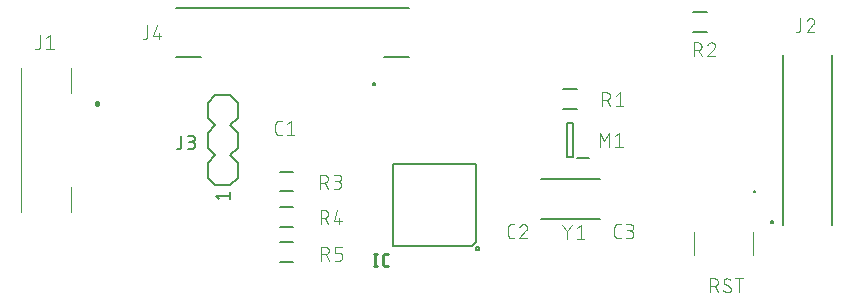
<source format=gbr>
G04 EAGLE Gerber X2 export*
%TF.Part,Single*%
%TF.FileFunction,Legend,Top,1*%
%TF.FilePolarity,Positive*%
%TF.GenerationSoftware,Autodesk,EAGLE,9.1.0*%
%TF.CreationDate,2020-08-17T16:32:54Z*%
G75*
%MOMM*%
%FSLAX34Y34*%
%LPD*%
%AMOC8*
5,1,8,0,0,1.08239X$1,22.5*%
G01*
%ADD10C,0.101600*%
%ADD11C,0.203200*%
%ADD12C,0.254000*%
%ADD13C,0.200000*%
%ADD14C,0.127000*%
%ADD15C,0.152400*%
%ADD16C,0.100000*%
%ADD17C,0.300000*%
%ADD18C,0.300000*%
%ADD19C,0.200000*%


D10*
X290701Y149258D02*
X288104Y149258D01*
X288005Y149260D01*
X287905Y149266D01*
X287806Y149275D01*
X287708Y149288D01*
X287610Y149305D01*
X287512Y149326D01*
X287416Y149351D01*
X287321Y149379D01*
X287227Y149411D01*
X287134Y149446D01*
X287042Y149485D01*
X286952Y149528D01*
X286864Y149573D01*
X286777Y149623D01*
X286693Y149675D01*
X286610Y149731D01*
X286530Y149789D01*
X286452Y149851D01*
X286377Y149916D01*
X286304Y149984D01*
X286234Y150054D01*
X286166Y150127D01*
X286101Y150202D01*
X286039Y150280D01*
X285981Y150360D01*
X285925Y150443D01*
X285873Y150527D01*
X285823Y150614D01*
X285778Y150702D01*
X285735Y150792D01*
X285696Y150884D01*
X285661Y150977D01*
X285629Y151071D01*
X285601Y151166D01*
X285576Y151262D01*
X285555Y151360D01*
X285538Y151458D01*
X285525Y151556D01*
X285516Y151655D01*
X285510Y151755D01*
X285508Y151854D01*
X285508Y158346D01*
X285510Y158445D01*
X285516Y158545D01*
X285525Y158644D01*
X285538Y158742D01*
X285555Y158840D01*
X285576Y158938D01*
X285601Y159034D01*
X285629Y159129D01*
X285661Y159223D01*
X285696Y159316D01*
X285735Y159408D01*
X285778Y159498D01*
X285823Y159586D01*
X285873Y159673D01*
X285925Y159757D01*
X285981Y159840D01*
X286039Y159920D01*
X286101Y159998D01*
X286166Y160073D01*
X286234Y160146D01*
X286304Y160216D01*
X286377Y160284D01*
X286452Y160349D01*
X286530Y160411D01*
X286610Y160469D01*
X286693Y160525D01*
X286777Y160577D01*
X286864Y160627D01*
X286952Y160672D01*
X287042Y160715D01*
X287134Y160754D01*
X287226Y160789D01*
X287321Y160821D01*
X287416Y160849D01*
X287512Y160874D01*
X287610Y160895D01*
X287708Y160912D01*
X287806Y160925D01*
X287905Y160934D01*
X288005Y160940D01*
X288104Y160942D01*
X290701Y160942D01*
X295066Y158346D02*
X298312Y160942D01*
X298312Y149258D01*
X301557Y149258D02*
X295066Y149258D01*
X575104Y62008D02*
X577701Y62008D01*
X575104Y62008D02*
X575005Y62010D01*
X574905Y62016D01*
X574806Y62025D01*
X574708Y62038D01*
X574610Y62055D01*
X574512Y62076D01*
X574416Y62101D01*
X574321Y62129D01*
X574227Y62161D01*
X574134Y62196D01*
X574042Y62235D01*
X573952Y62278D01*
X573864Y62323D01*
X573777Y62373D01*
X573693Y62425D01*
X573610Y62481D01*
X573530Y62539D01*
X573452Y62601D01*
X573377Y62666D01*
X573304Y62734D01*
X573234Y62804D01*
X573166Y62877D01*
X573101Y62952D01*
X573039Y63030D01*
X572981Y63110D01*
X572925Y63193D01*
X572873Y63277D01*
X572823Y63364D01*
X572778Y63452D01*
X572735Y63542D01*
X572696Y63634D01*
X572661Y63727D01*
X572629Y63821D01*
X572601Y63916D01*
X572576Y64012D01*
X572555Y64110D01*
X572538Y64208D01*
X572525Y64306D01*
X572516Y64405D01*
X572510Y64505D01*
X572508Y64604D01*
X572508Y71096D01*
X572510Y71195D01*
X572516Y71295D01*
X572525Y71394D01*
X572538Y71492D01*
X572555Y71590D01*
X572576Y71688D01*
X572601Y71784D01*
X572629Y71879D01*
X572661Y71973D01*
X572696Y72066D01*
X572735Y72158D01*
X572778Y72248D01*
X572823Y72336D01*
X572873Y72423D01*
X572925Y72507D01*
X572981Y72590D01*
X573039Y72670D01*
X573101Y72748D01*
X573166Y72823D01*
X573234Y72896D01*
X573304Y72966D01*
X573377Y73034D01*
X573452Y73099D01*
X573530Y73161D01*
X573610Y73219D01*
X573693Y73275D01*
X573777Y73327D01*
X573864Y73377D01*
X573952Y73422D01*
X574042Y73465D01*
X574134Y73504D01*
X574226Y73539D01*
X574321Y73571D01*
X574416Y73599D01*
X574512Y73624D01*
X574610Y73645D01*
X574708Y73662D01*
X574806Y73675D01*
X574905Y73684D01*
X575005Y73690D01*
X575104Y73692D01*
X577701Y73692D01*
X582066Y62008D02*
X585312Y62008D01*
X585425Y62010D01*
X585538Y62016D01*
X585651Y62026D01*
X585764Y62040D01*
X585876Y62057D01*
X585987Y62079D01*
X586097Y62104D01*
X586207Y62134D01*
X586315Y62167D01*
X586422Y62204D01*
X586528Y62244D01*
X586632Y62289D01*
X586735Y62337D01*
X586836Y62388D01*
X586935Y62443D01*
X587032Y62501D01*
X587127Y62563D01*
X587220Y62628D01*
X587310Y62696D01*
X587398Y62767D01*
X587484Y62842D01*
X587567Y62919D01*
X587647Y62999D01*
X587724Y63082D01*
X587799Y63168D01*
X587870Y63256D01*
X587938Y63346D01*
X588003Y63439D01*
X588065Y63534D01*
X588123Y63631D01*
X588178Y63730D01*
X588229Y63831D01*
X588277Y63934D01*
X588322Y64038D01*
X588362Y64144D01*
X588399Y64251D01*
X588432Y64359D01*
X588462Y64469D01*
X588487Y64579D01*
X588509Y64690D01*
X588526Y64802D01*
X588540Y64915D01*
X588550Y65028D01*
X588556Y65141D01*
X588558Y65254D01*
X588556Y65367D01*
X588550Y65480D01*
X588540Y65593D01*
X588526Y65706D01*
X588509Y65818D01*
X588487Y65929D01*
X588462Y66039D01*
X588432Y66149D01*
X588399Y66257D01*
X588362Y66364D01*
X588322Y66470D01*
X588277Y66574D01*
X588229Y66677D01*
X588178Y66778D01*
X588123Y66877D01*
X588065Y66974D01*
X588003Y67069D01*
X587938Y67162D01*
X587870Y67252D01*
X587799Y67340D01*
X587724Y67426D01*
X587647Y67509D01*
X587567Y67589D01*
X587484Y67666D01*
X587398Y67741D01*
X587310Y67812D01*
X587220Y67880D01*
X587127Y67945D01*
X587032Y68007D01*
X586935Y68065D01*
X586836Y68120D01*
X586735Y68171D01*
X586632Y68219D01*
X586528Y68264D01*
X586422Y68304D01*
X586315Y68341D01*
X586207Y68374D01*
X586097Y68404D01*
X585987Y68429D01*
X585876Y68451D01*
X585764Y68468D01*
X585651Y68482D01*
X585538Y68492D01*
X585425Y68498D01*
X585312Y68500D01*
X585961Y73692D02*
X582066Y73692D01*
X585961Y73692D02*
X586062Y73690D01*
X586162Y73684D01*
X586262Y73674D01*
X586362Y73661D01*
X586461Y73643D01*
X586560Y73622D01*
X586657Y73597D01*
X586754Y73568D01*
X586849Y73535D01*
X586943Y73499D01*
X587035Y73459D01*
X587126Y73416D01*
X587215Y73369D01*
X587302Y73319D01*
X587388Y73265D01*
X587471Y73208D01*
X587551Y73148D01*
X587630Y73085D01*
X587706Y73018D01*
X587779Y72949D01*
X587849Y72877D01*
X587917Y72803D01*
X587982Y72726D01*
X588043Y72646D01*
X588102Y72564D01*
X588157Y72480D01*
X588209Y72394D01*
X588258Y72306D01*
X588303Y72216D01*
X588345Y72124D01*
X588383Y72031D01*
X588417Y71936D01*
X588448Y71841D01*
X588475Y71744D01*
X588498Y71646D01*
X588518Y71547D01*
X588533Y71447D01*
X588545Y71347D01*
X588553Y71247D01*
X588557Y71146D01*
X588557Y71046D01*
X588553Y70945D01*
X588545Y70845D01*
X588533Y70745D01*
X588518Y70645D01*
X588498Y70546D01*
X588475Y70448D01*
X588448Y70351D01*
X588417Y70256D01*
X588383Y70161D01*
X588345Y70068D01*
X588303Y69976D01*
X588258Y69886D01*
X588209Y69798D01*
X588157Y69712D01*
X588102Y69628D01*
X588043Y69546D01*
X587982Y69466D01*
X587917Y69389D01*
X587849Y69315D01*
X587779Y69243D01*
X587706Y69174D01*
X587630Y69107D01*
X587551Y69044D01*
X587471Y68984D01*
X587388Y68927D01*
X587302Y68873D01*
X587215Y68823D01*
X587126Y68776D01*
X587035Y68733D01*
X586943Y68693D01*
X586849Y68657D01*
X586754Y68624D01*
X586657Y68595D01*
X586560Y68570D01*
X586461Y68549D01*
X586362Y68531D01*
X586262Y68518D01*
X586162Y68508D01*
X586062Y68502D01*
X585961Y68500D01*
X585961Y68499D02*
X583364Y68499D01*
X487701Y62008D02*
X485104Y62008D01*
X485005Y62010D01*
X484905Y62016D01*
X484806Y62025D01*
X484708Y62038D01*
X484610Y62055D01*
X484512Y62076D01*
X484416Y62101D01*
X484321Y62129D01*
X484227Y62161D01*
X484134Y62196D01*
X484042Y62235D01*
X483952Y62278D01*
X483864Y62323D01*
X483777Y62373D01*
X483693Y62425D01*
X483610Y62481D01*
X483530Y62539D01*
X483452Y62601D01*
X483377Y62666D01*
X483304Y62734D01*
X483234Y62804D01*
X483166Y62877D01*
X483101Y62952D01*
X483039Y63030D01*
X482981Y63110D01*
X482925Y63193D01*
X482873Y63277D01*
X482823Y63364D01*
X482778Y63452D01*
X482735Y63542D01*
X482696Y63634D01*
X482661Y63727D01*
X482629Y63821D01*
X482601Y63916D01*
X482576Y64012D01*
X482555Y64110D01*
X482538Y64208D01*
X482525Y64306D01*
X482516Y64405D01*
X482510Y64505D01*
X482508Y64604D01*
X482508Y71096D01*
X482510Y71195D01*
X482516Y71295D01*
X482525Y71394D01*
X482538Y71492D01*
X482555Y71590D01*
X482576Y71688D01*
X482601Y71784D01*
X482629Y71879D01*
X482661Y71973D01*
X482696Y72066D01*
X482735Y72158D01*
X482778Y72248D01*
X482823Y72336D01*
X482873Y72423D01*
X482925Y72507D01*
X482981Y72590D01*
X483039Y72670D01*
X483101Y72748D01*
X483166Y72823D01*
X483234Y72896D01*
X483304Y72966D01*
X483377Y73034D01*
X483452Y73099D01*
X483530Y73161D01*
X483610Y73219D01*
X483693Y73275D01*
X483777Y73327D01*
X483864Y73377D01*
X483952Y73422D01*
X484042Y73465D01*
X484134Y73504D01*
X484226Y73539D01*
X484321Y73571D01*
X484416Y73599D01*
X484512Y73624D01*
X484610Y73645D01*
X484708Y73662D01*
X484806Y73675D01*
X484905Y73684D01*
X485005Y73690D01*
X485104Y73692D01*
X487701Y73692D01*
X495636Y73692D02*
X495743Y73690D01*
X495849Y73684D01*
X495955Y73674D01*
X496061Y73661D01*
X496167Y73643D01*
X496271Y73622D01*
X496375Y73597D01*
X496478Y73568D01*
X496579Y73536D01*
X496679Y73499D01*
X496778Y73459D01*
X496876Y73416D01*
X496972Y73369D01*
X497066Y73318D01*
X497158Y73264D01*
X497248Y73207D01*
X497336Y73147D01*
X497421Y73083D01*
X497504Y73016D01*
X497585Y72946D01*
X497663Y72874D01*
X497739Y72798D01*
X497811Y72720D01*
X497881Y72639D01*
X497948Y72556D01*
X498012Y72471D01*
X498072Y72383D01*
X498129Y72293D01*
X498183Y72201D01*
X498234Y72107D01*
X498281Y72011D01*
X498324Y71913D01*
X498364Y71814D01*
X498401Y71714D01*
X498433Y71613D01*
X498462Y71510D01*
X498487Y71406D01*
X498508Y71302D01*
X498526Y71196D01*
X498539Y71090D01*
X498549Y70984D01*
X498555Y70878D01*
X498557Y70771D01*
X495636Y73692D02*
X495515Y73690D01*
X495394Y73684D01*
X495274Y73674D01*
X495153Y73661D01*
X495034Y73643D01*
X494914Y73622D01*
X494796Y73597D01*
X494679Y73568D01*
X494562Y73535D01*
X494447Y73499D01*
X494333Y73458D01*
X494220Y73415D01*
X494108Y73367D01*
X493999Y73316D01*
X493891Y73261D01*
X493784Y73203D01*
X493680Y73142D01*
X493578Y73077D01*
X493478Y73009D01*
X493380Y72938D01*
X493284Y72864D01*
X493191Y72787D01*
X493101Y72706D01*
X493013Y72623D01*
X492928Y72537D01*
X492845Y72448D01*
X492766Y72357D01*
X492689Y72263D01*
X492616Y72167D01*
X492546Y72069D01*
X492479Y71968D01*
X492415Y71865D01*
X492355Y71760D01*
X492298Y71653D01*
X492244Y71545D01*
X492194Y71435D01*
X492148Y71323D01*
X492105Y71210D01*
X492066Y71095D01*
X497584Y68499D02*
X497663Y68576D01*
X497739Y68657D01*
X497812Y68740D01*
X497882Y68825D01*
X497949Y68913D01*
X498013Y69003D01*
X498073Y69095D01*
X498130Y69190D01*
X498184Y69286D01*
X498235Y69384D01*
X498282Y69484D01*
X498326Y69586D01*
X498366Y69689D01*
X498402Y69793D01*
X498434Y69899D01*
X498463Y70005D01*
X498488Y70113D01*
X498510Y70221D01*
X498527Y70331D01*
X498541Y70440D01*
X498550Y70550D01*
X498556Y70661D01*
X498558Y70771D01*
X497584Y68499D02*
X492066Y62008D01*
X498557Y62008D01*
D11*
X384950Y54950D02*
X384950Y125050D01*
X455050Y125050D01*
X455050Y58500D01*
X451500Y54950D02*
X384950Y54950D01*
X451500Y54950D02*
X455050Y58500D01*
X455052Y53170D02*
X455054Y53248D01*
X455060Y53325D01*
X455070Y53403D01*
X455084Y53479D01*
X455101Y53555D01*
X455123Y53630D01*
X455148Y53703D01*
X455177Y53776D01*
X455210Y53846D01*
X455247Y53915D01*
X455286Y53982D01*
X455329Y54047D01*
X455376Y54109D01*
X455425Y54169D01*
X455478Y54227D01*
X455533Y54281D01*
X455591Y54333D01*
X455652Y54382D01*
X455715Y54428D01*
X455781Y54470D01*
X455848Y54509D01*
X455917Y54544D01*
X455988Y54576D01*
X456061Y54604D01*
X456135Y54629D01*
X456210Y54649D01*
X456286Y54666D01*
X456363Y54679D01*
X456440Y54688D01*
X456518Y54693D01*
X456595Y54694D01*
X456673Y54691D01*
X456751Y54684D01*
X456828Y54673D01*
X456904Y54658D01*
X456980Y54640D01*
X457054Y54617D01*
X457128Y54591D01*
X457199Y54561D01*
X457270Y54527D01*
X457338Y54490D01*
X457404Y54449D01*
X457469Y54405D01*
X457531Y54358D01*
X457590Y54308D01*
X457647Y54254D01*
X457701Y54198D01*
X457752Y54140D01*
X457800Y54078D01*
X457845Y54015D01*
X457886Y53949D01*
X457924Y53881D01*
X457959Y53811D01*
X457990Y53740D01*
X458017Y53667D01*
X458040Y53593D01*
X458060Y53517D01*
X458076Y53441D01*
X458088Y53364D01*
X458096Y53287D01*
X458100Y53209D01*
X458100Y53131D01*
X458096Y53053D01*
X458088Y52976D01*
X458076Y52899D01*
X458060Y52823D01*
X458040Y52747D01*
X458017Y52673D01*
X457990Y52600D01*
X457959Y52529D01*
X457924Y52459D01*
X457886Y52391D01*
X457845Y52325D01*
X457800Y52262D01*
X457752Y52200D01*
X457701Y52142D01*
X457647Y52086D01*
X457590Y52032D01*
X457531Y51982D01*
X457469Y51935D01*
X457404Y51891D01*
X457338Y51850D01*
X457270Y51813D01*
X457199Y51779D01*
X457128Y51749D01*
X457054Y51723D01*
X456980Y51700D01*
X456904Y51682D01*
X456828Y51667D01*
X456751Y51656D01*
X456673Y51649D01*
X456595Y51646D01*
X456518Y51647D01*
X456440Y51652D01*
X456363Y51661D01*
X456286Y51674D01*
X456210Y51691D01*
X456135Y51711D01*
X456061Y51736D01*
X455988Y51764D01*
X455917Y51796D01*
X455848Y51831D01*
X455781Y51870D01*
X455715Y51912D01*
X455652Y51958D01*
X455591Y52007D01*
X455533Y52059D01*
X455478Y52113D01*
X455425Y52171D01*
X455376Y52231D01*
X455329Y52293D01*
X455286Y52358D01*
X455247Y52425D01*
X455210Y52494D01*
X455177Y52564D01*
X455148Y52637D01*
X455123Y52710D01*
X455101Y52785D01*
X455084Y52861D01*
X455070Y52937D01*
X455060Y53015D01*
X455054Y53092D01*
X455052Y53170D01*
D12*
X370175Y48580D02*
X370175Y38420D01*
X369046Y38420D02*
X371304Y38420D01*
X371304Y48580D02*
X369046Y48580D01*
X378696Y38420D02*
X380954Y38420D01*
X378696Y38420D02*
X378603Y38422D01*
X378510Y38428D01*
X378417Y38437D01*
X378324Y38451D01*
X378233Y38468D01*
X378142Y38489D01*
X378052Y38514D01*
X377963Y38542D01*
X377875Y38574D01*
X377789Y38610D01*
X377704Y38649D01*
X377621Y38692D01*
X377540Y38738D01*
X377461Y38788D01*
X377384Y38840D01*
X377309Y38896D01*
X377237Y38955D01*
X377167Y39017D01*
X377099Y39081D01*
X377035Y39149D01*
X376973Y39219D01*
X376914Y39291D01*
X376858Y39366D01*
X376806Y39443D01*
X376756Y39522D01*
X376710Y39603D01*
X376667Y39686D01*
X376628Y39771D01*
X376592Y39857D01*
X376560Y39945D01*
X376532Y40034D01*
X376507Y40124D01*
X376486Y40215D01*
X376469Y40306D01*
X376455Y40399D01*
X376446Y40492D01*
X376440Y40585D01*
X376438Y40678D01*
X376439Y40678D02*
X376439Y46322D01*
X376438Y46322D02*
X376440Y46415D01*
X376446Y46508D01*
X376455Y46601D01*
X376469Y46694D01*
X376486Y46785D01*
X376507Y46876D01*
X376532Y46966D01*
X376560Y47055D01*
X376592Y47143D01*
X376628Y47229D01*
X376667Y47314D01*
X376710Y47397D01*
X376756Y47478D01*
X376806Y47557D01*
X376858Y47634D01*
X376914Y47709D01*
X376973Y47781D01*
X377035Y47851D01*
X377099Y47919D01*
X377167Y47983D01*
X377237Y48045D01*
X377309Y48104D01*
X377384Y48160D01*
X377461Y48212D01*
X377540Y48262D01*
X377621Y48308D01*
X377704Y48351D01*
X377789Y48390D01*
X377875Y48426D01*
X377963Y48458D01*
X378052Y48486D01*
X378142Y48511D01*
X378233Y48532D01*
X378324Y48549D01*
X378417Y48563D01*
X378510Y48572D01*
X378603Y48578D01*
X378696Y48580D01*
X380954Y48580D01*
D13*
X532750Y130500D02*
X537250Y130500D01*
X532750Y130500D02*
X532750Y159500D01*
X537250Y159500D01*
X537250Y130500D01*
X540750Y130000D02*
X551250Y130000D01*
D10*
X560143Y139158D02*
X560143Y150842D01*
X564038Y144351D01*
X567933Y150842D01*
X567933Y139158D01*
X573366Y148246D02*
X576611Y150842D01*
X576611Y139158D01*
X573366Y139158D02*
X579857Y139158D01*
D14*
X560000Y112000D02*
X510000Y112000D01*
X510000Y78000D02*
X560000Y78000D01*
D10*
X532347Y67711D02*
X528452Y73229D01*
X532347Y67711D02*
X536242Y73229D01*
X532347Y67711D02*
X532347Y61545D01*
X540532Y70632D02*
X543777Y73229D01*
X543777Y61545D01*
X540532Y61545D02*
X547023Y61545D01*
D13*
X715000Y73100D02*
X715000Y216900D01*
X757000Y216900D02*
X757000Y73100D01*
X690352Y101510D02*
X690354Y101561D01*
X690360Y101612D01*
X690370Y101662D01*
X690383Y101711D01*
X690401Y101759D01*
X690422Y101805D01*
X690447Y101850D01*
X690475Y101893D01*
X690506Y101933D01*
X690540Y101971D01*
X690577Y102006D01*
X690617Y102038D01*
X690659Y102067D01*
X690703Y102092D01*
X690749Y102114D01*
X690797Y102133D01*
X690846Y102147D01*
X690896Y102158D01*
X690946Y102165D01*
X690997Y102168D01*
X691048Y102167D01*
X691099Y102162D01*
X691149Y102153D01*
X691199Y102140D01*
X691247Y102124D01*
X691294Y102104D01*
X691339Y102080D01*
X691382Y102053D01*
X691423Y102022D01*
X691462Y101989D01*
X691497Y101952D01*
X691530Y101913D01*
X691560Y101872D01*
X691586Y101828D01*
X691609Y101782D01*
X691628Y101735D01*
X691644Y101686D01*
X691656Y101637D01*
X691664Y101586D01*
X691668Y101536D01*
X691668Y101484D01*
X691664Y101434D01*
X691656Y101383D01*
X691644Y101334D01*
X691628Y101285D01*
X691609Y101238D01*
X691586Y101192D01*
X691560Y101148D01*
X691530Y101107D01*
X691497Y101068D01*
X691462Y101031D01*
X691423Y100998D01*
X691382Y100967D01*
X691339Y100940D01*
X691294Y100916D01*
X691247Y100896D01*
X691199Y100880D01*
X691149Y100867D01*
X691099Y100858D01*
X691048Y100853D01*
X690997Y100852D01*
X690946Y100855D01*
X690896Y100862D01*
X690846Y100873D01*
X690797Y100887D01*
X690749Y100906D01*
X690703Y100928D01*
X690659Y100953D01*
X690617Y100982D01*
X690577Y101014D01*
X690540Y101049D01*
X690506Y101087D01*
X690475Y101127D01*
X690447Y101170D01*
X690422Y101215D01*
X690401Y101261D01*
X690383Y101309D01*
X690370Y101358D01*
X690360Y101408D01*
X690354Y101459D01*
X690352Y101510D01*
D10*
X729955Y239114D02*
X729955Y248202D01*
X729955Y239114D02*
X729953Y239015D01*
X729947Y238915D01*
X729938Y238816D01*
X729925Y238718D01*
X729908Y238620D01*
X729887Y238522D01*
X729862Y238426D01*
X729834Y238331D01*
X729802Y238237D01*
X729767Y238144D01*
X729728Y238052D01*
X729685Y237962D01*
X729640Y237874D01*
X729590Y237787D01*
X729538Y237703D01*
X729482Y237620D01*
X729424Y237540D01*
X729362Y237462D01*
X729297Y237387D01*
X729229Y237314D01*
X729159Y237244D01*
X729086Y237176D01*
X729011Y237111D01*
X728933Y237049D01*
X728853Y236991D01*
X728770Y236935D01*
X728686Y236883D01*
X728599Y236833D01*
X728511Y236788D01*
X728421Y236745D01*
X728329Y236706D01*
X728236Y236671D01*
X728142Y236639D01*
X728047Y236611D01*
X727951Y236586D01*
X727853Y236565D01*
X727755Y236548D01*
X727657Y236535D01*
X727558Y236526D01*
X727458Y236520D01*
X727359Y236518D01*
X726060Y236518D01*
X738799Y248202D02*
X738906Y248200D01*
X739012Y248194D01*
X739118Y248184D01*
X739224Y248171D01*
X739330Y248153D01*
X739434Y248132D01*
X739538Y248107D01*
X739641Y248078D01*
X739742Y248046D01*
X739842Y248009D01*
X739941Y247969D01*
X740039Y247926D01*
X740135Y247879D01*
X740229Y247828D01*
X740321Y247774D01*
X740411Y247717D01*
X740499Y247657D01*
X740584Y247593D01*
X740667Y247526D01*
X740748Y247456D01*
X740826Y247384D01*
X740902Y247308D01*
X740974Y247230D01*
X741044Y247149D01*
X741111Y247066D01*
X741175Y246981D01*
X741235Y246893D01*
X741292Y246803D01*
X741346Y246711D01*
X741397Y246617D01*
X741444Y246521D01*
X741487Y246423D01*
X741527Y246324D01*
X741564Y246224D01*
X741596Y246123D01*
X741625Y246020D01*
X741650Y245916D01*
X741671Y245812D01*
X741689Y245706D01*
X741702Y245600D01*
X741712Y245494D01*
X741718Y245388D01*
X741720Y245281D01*
X738799Y248202D02*
X738678Y248200D01*
X738557Y248194D01*
X738437Y248184D01*
X738316Y248171D01*
X738197Y248153D01*
X738077Y248132D01*
X737959Y248107D01*
X737842Y248078D01*
X737725Y248045D01*
X737610Y248009D01*
X737496Y247968D01*
X737383Y247925D01*
X737271Y247877D01*
X737162Y247826D01*
X737054Y247771D01*
X736947Y247713D01*
X736843Y247652D01*
X736741Y247587D01*
X736641Y247519D01*
X736543Y247448D01*
X736447Y247374D01*
X736354Y247297D01*
X736264Y247216D01*
X736176Y247133D01*
X736091Y247047D01*
X736008Y246958D01*
X735929Y246867D01*
X735852Y246773D01*
X735779Y246677D01*
X735709Y246579D01*
X735642Y246478D01*
X735578Y246375D01*
X735518Y246270D01*
X735461Y246163D01*
X735407Y246055D01*
X735357Y245945D01*
X735311Y245833D01*
X735268Y245720D01*
X735229Y245605D01*
X740746Y243009D02*
X740825Y243086D01*
X740901Y243167D01*
X740974Y243250D01*
X741044Y243335D01*
X741111Y243423D01*
X741175Y243513D01*
X741235Y243605D01*
X741292Y243700D01*
X741346Y243796D01*
X741397Y243894D01*
X741444Y243994D01*
X741488Y244096D01*
X741528Y244199D01*
X741564Y244303D01*
X741596Y244409D01*
X741625Y244515D01*
X741650Y244623D01*
X741672Y244731D01*
X741689Y244841D01*
X741703Y244950D01*
X741712Y245060D01*
X741718Y245171D01*
X741720Y245281D01*
X740746Y243009D02*
X735228Y236518D01*
X741720Y236518D01*
D15*
X228300Y125950D02*
X228300Y113250D01*
X228300Y125950D02*
X234650Y132300D01*
X247350Y132300D02*
X253700Y125950D01*
X234650Y132300D02*
X228300Y138650D01*
X228300Y151350D01*
X234650Y157700D01*
X247350Y157700D02*
X253700Y151350D01*
X253700Y138650D01*
X247350Y132300D01*
X247350Y106900D02*
X234650Y106900D01*
X228300Y113250D01*
X247350Y106900D02*
X253700Y113250D01*
X253700Y125950D01*
X234650Y157700D02*
X228300Y164050D01*
X228300Y176750D01*
X234650Y183100D01*
X247350Y183100D02*
X253700Y176750D01*
X253700Y164050D01*
X247350Y157700D01*
X247350Y183100D02*
X234650Y183100D01*
D14*
X235285Y98010D02*
X237825Y94835D01*
X235285Y98010D02*
X246715Y98010D01*
X246715Y94835D02*
X246715Y101185D01*
X205706Y139965D02*
X205706Y148855D01*
X205706Y139965D02*
X205704Y139865D01*
X205698Y139766D01*
X205688Y139666D01*
X205675Y139568D01*
X205657Y139469D01*
X205636Y139372D01*
X205611Y139276D01*
X205582Y139180D01*
X205549Y139086D01*
X205513Y138993D01*
X205473Y138902D01*
X205429Y138812D01*
X205382Y138724D01*
X205332Y138638D01*
X205278Y138554D01*
X205221Y138472D01*
X205161Y138393D01*
X205097Y138315D01*
X205031Y138241D01*
X204962Y138169D01*
X204890Y138100D01*
X204816Y138034D01*
X204738Y137970D01*
X204659Y137910D01*
X204577Y137853D01*
X204493Y137799D01*
X204407Y137749D01*
X204319Y137702D01*
X204229Y137658D01*
X204138Y137618D01*
X204045Y137582D01*
X203951Y137549D01*
X203855Y137520D01*
X203759Y137495D01*
X203662Y137474D01*
X203563Y137456D01*
X203465Y137443D01*
X203365Y137433D01*
X203266Y137427D01*
X203166Y137425D01*
X201896Y137425D01*
X211115Y137425D02*
X214290Y137425D01*
X214401Y137427D01*
X214511Y137433D01*
X214622Y137442D01*
X214732Y137456D01*
X214841Y137473D01*
X214950Y137494D01*
X215058Y137519D01*
X215165Y137548D01*
X215271Y137580D01*
X215376Y137616D01*
X215479Y137656D01*
X215581Y137699D01*
X215682Y137746D01*
X215781Y137797D01*
X215877Y137850D01*
X215972Y137907D01*
X216065Y137968D01*
X216156Y138031D01*
X216245Y138098D01*
X216331Y138168D01*
X216414Y138241D01*
X216496Y138316D01*
X216574Y138394D01*
X216649Y138476D01*
X216722Y138559D01*
X216792Y138645D01*
X216859Y138734D01*
X216922Y138825D01*
X216983Y138918D01*
X217040Y139012D01*
X217093Y139109D01*
X217144Y139208D01*
X217191Y139309D01*
X217234Y139411D01*
X217274Y139514D01*
X217310Y139619D01*
X217342Y139725D01*
X217371Y139832D01*
X217396Y139940D01*
X217417Y140049D01*
X217434Y140158D01*
X217448Y140268D01*
X217457Y140379D01*
X217463Y140489D01*
X217465Y140600D01*
X217463Y140711D01*
X217457Y140821D01*
X217448Y140932D01*
X217434Y141042D01*
X217417Y141151D01*
X217396Y141260D01*
X217371Y141368D01*
X217342Y141475D01*
X217310Y141581D01*
X217274Y141686D01*
X217234Y141789D01*
X217191Y141891D01*
X217144Y141992D01*
X217093Y142091D01*
X217040Y142187D01*
X216983Y142282D01*
X216922Y142375D01*
X216859Y142466D01*
X216792Y142555D01*
X216722Y142641D01*
X216649Y142724D01*
X216574Y142806D01*
X216496Y142884D01*
X216414Y142959D01*
X216331Y143032D01*
X216245Y143102D01*
X216156Y143169D01*
X216065Y143232D01*
X215972Y143293D01*
X215878Y143350D01*
X215781Y143403D01*
X215682Y143454D01*
X215581Y143501D01*
X215479Y143544D01*
X215376Y143584D01*
X215271Y143620D01*
X215165Y143652D01*
X215058Y143681D01*
X214950Y143706D01*
X214841Y143727D01*
X214732Y143744D01*
X214622Y143758D01*
X214511Y143767D01*
X214401Y143773D01*
X214290Y143775D01*
X214925Y148855D02*
X211115Y148855D01*
X214925Y148855D02*
X215025Y148853D01*
X215124Y148847D01*
X215224Y148837D01*
X215322Y148824D01*
X215421Y148806D01*
X215518Y148785D01*
X215614Y148760D01*
X215710Y148731D01*
X215804Y148698D01*
X215897Y148662D01*
X215988Y148622D01*
X216078Y148578D01*
X216166Y148531D01*
X216252Y148481D01*
X216336Y148427D01*
X216418Y148370D01*
X216497Y148310D01*
X216575Y148246D01*
X216649Y148180D01*
X216721Y148111D01*
X216790Y148039D01*
X216856Y147965D01*
X216920Y147887D01*
X216980Y147808D01*
X217037Y147726D01*
X217091Y147642D01*
X217141Y147556D01*
X217188Y147468D01*
X217232Y147378D01*
X217272Y147287D01*
X217308Y147194D01*
X217341Y147100D01*
X217370Y147004D01*
X217395Y146908D01*
X217416Y146811D01*
X217434Y146712D01*
X217447Y146614D01*
X217457Y146514D01*
X217463Y146415D01*
X217465Y146315D01*
X217463Y146215D01*
X217457Y146116D01*
X217447Y146016D01*
X217434Y145918D01*
X217416Y145819D01*
X217395Y145722D01*
X217370Y145626D01*
X217341Y145530D01*
X217308Y145436D01*
X217272Y145343D01*
X217232Y145252D01*
X217188Y145162D01*
X217141Y145074D01*
X217091Y144988D01*
X217037Y144904D01*
X216980Y144822D01*
X216920Y144743D01*
X216856Y144665D01*
X216790Y144591D01*
X216721Y144519D01*
X216649Y144450D01*
X216575Y144384D01*
X216497Y144320D01*
X216418Y144260D01*
X216336Y144203D01*
X216252Y144149D01*
X216166Y144099D01*
X216078Y144052D01*
X215988Y144008D01*
X215897Y143968D01*
X215804Y143932D01*
X215710Y143899D01*
X215614Y143870D01*
X215518Y143845D01*
X215421Y143824D01*
X215322Y143806D01*
X215224Y143793D01*
X215124Y143783D01*
X215025Y143777D01*
X214925Y143775D01*
X212385Y143775D01*
D13*
X201250Y257000D02*
X398750Y257000D01*
X398750Y215000D02*
X377140Y215000D01*
X222860Y215000D02*
X201250Y215000D01*
X368230Y192620D02*
X368232Y192676D01*
X368238Y192731D01*
X368248Y192786D01*
X368262Y192840D01*
X368279Y192893D01*
X368300Y192944D01*
X368325Y192994D01*
X368354Y193042D01*
X368386Y193087D01*
X368421Y193131D01*
X368458Y193172D01*
X368499Y193209D01*
X368543Y193244D01*
X368588Y193276D01*
X368636Y193305D01*
X368686Y193330D01*
X368737Y193351D01*
X368790Y193368D01*
X368844Y193382D01*
X368899Y193392D01*
X368954Y193398D01*
X369010Y193400D01*
X369066Y193398D01*
X369121Y193392D01*
X369176Y193382D01*
X369230Y193368D01*
X369283Y193351D01*
X369334Y193330D01*
X369384Y193305D01*
X369432Y193276D01*
X369477Y193244D01*
X369521Y193209D01*
X369562Y193172D01*
X369599Y193131D01*
X369634Y193087D01*
X369666Y193042D01*
X369695Y192994D01*
X369720Y192944D01*
X369741Y192893D01*
X369758Y192840D01*
X369772Y192786D01*
X369782Y192731D01*
X369788Y192676D01*
X369790Y192620D01*
X369788Y192564D01*
X369782Y192509D01*
X369772Y192454D01*
X369758Y192400D01*
X369741Y192347D01*
X369720Y192296D01*
X369695Y192246D01*
X369666Y192198D01*
X369634Y192153D01*
X369599Y192109D01*
X369562Y192068D01*
X369521Y192031D01*
X369477Y191996D01*
X369432Y191964D01*
X369384Y191935D01*
X369334Y191910D01*
X369283Y191889D01*
X369230Y191872D01*
X369176Y191858D01*
X369121Y191848D01*
X369066Y191842D01*
X369010Y191840D01*
X368954Y191842D01*
X368899Y191848D01*
X368844Y191858D01*
X368790Y191872D01*
X368737Y191889D01*
X368686Y191910D01*
X368636Y191935D01*
X368588Y191964D01*
X368543Y191996D01*
X368499Y192031D01*
X368458Y192068D01*
X368421Y192109D01*
X368386Y192153D01*
X368354Y192198D01*
X368325Y192246D01*
X368300Y192296D01*
X368279Y192347D01*
X368262Y192400D01*
X368248Y192454D01*
X368238Y192509D01*
X368232Y192564D01*
X368230Y192620D01*
D10*
X176945Y232984D02*
X176945Y242072D01*
X176945Y232984D02*
X176943Y232885D01*
X176937Y232785D01*
X176928Y232686D01*
X176915Y232588D01*
X176898Y232490D01*
X176877Y232392D01*
X176852Y232296D01*
X176824Y232201D01*
X176792Y232107D01*
X176757Y232014D01*
X176718Y231922D01*
X176675Y231832D01*
X176630Y231744D01*
X176580Y231657D01*
X176528Y231573D01*
X176472Y231490D01*
X176414Y231410D01*
X176352Y231332D01*
X176287Y231257D01*
X176219Y231184D01*
X176149Y231114D01*
X176076Y231046D01*
X176001Y230981D01*
X175923Y230919D01*
X175843Y230861D01*
X175760Y230805D01*
X175676Y230753D01*
X175589Y230703D01*
X175501Y230658D01*
X175411Y230615D01*
X175319Y230576D01*
X175226Y230541D01*
X175132Y230509D01*
X175037Y230481D01*
X174941Y230456D01*
X174843Y230435D01*
X174745Y230418D01*
X174647Y230405D01*
X174548Y230396D01*
X174448Y230390D01*
X174349Y230388D01*
X173050Y230388D01*
X182218Y232984D02*
X184815Y242072D01*
X182218Y232984D02*
X188710Y232984D01*
X186762Y230388D02*
X186762Y235581D01*
D16*
X70000Y206250D02*
X70000Y83750D01*
X112000Y83750D02*
X112000Y105000D01*
X112000Y185000D02*
X112000Y206250D01*
D17*
X135000Y175000D03*
D18*
X135044Y175002D01*
X135087Y175008D01*
X135129Y175017D01*
X135171Y175030D01*
X135211Y175047D01*
X135250Y175067D01*
X135287Y175090D01*
X135321Y175117D01*
X135354Y175146D01*
X135383Y175179D01*
X135410Y175213D01*
X135433Y175250D01*
X135453Y175289D01*
X135470Y175329D01*
X135483Y175371D01*
X135492Y175413D01*
X135498Y175456D01*
X135500Y175500D01*
X135498Y175544D01*
X135492Y175587D01*
X135483Y175629D01*
X135470Y175671D01*
X135453Y175711D01*
X135433Y175750D01*
X135410Y175787D01*
X135383Y175821D01*
X135354Y175854D01*
X135321Y175883D01*
X135287Y175910D01*
X135250Y175933D01*
X135211Y175953D01*
X135171Y175970D01*
X135129Y175983D01*
X135087Y175992D01*
X135044Y175998D01*
X135000Y176000D01*
D17*
X135000Y176000D03*
D18*
X134956Y175998D01*
X134913Y175992D01*
X134871Y175983D01*
X134829Y175970D01*
X134789Y175953D01*
X134750Y175933D01*
X134713Y175910D01*
X134679Y175883D01*
X134646Y175854D01*
X134617Y175821D01*
X134590Y175787D01*
X134567Y175750D01*
X134547Y175711D01*
X134530Y175671D01*
X134517Y175629D01*
X134508Y175587D01*
X134502Y175544D01*
X134500Y175500D01*
X134502Y175456D01*
X134508Y175413D01*
X134517Y175371D01*
X134530Y175329D01*
X134547Y175289D01*
X134567Y175250D01*
X134590Y175213D01*
X134617Y175179D01*
X134646Y175146D01*
X134679Y175117D01*
X134713Y175090D01*
X134750Y175067D01*
X134789Y175047D01*
X134829Y175030D01*
X134871Y175017D01*
X134913Y175008D01*
X134956Y175002D01*
X135000Y175000D01*
D10*
X86065Y224504D02*
X86065Y233592D01*
X86065Y224504D02*
X86063Y224405D01*
X86057Y224305D01*
X86048Y224206D01*
X86035Y224108D01*
X86018Y224010D01*
X85997Y223912D01*
X85972Y223816D01*
X85944Y223721D01*
X85912Y223627D01*
X85877Y223534D01*
X85838Y223442D01*
X85795Y223352D01*
X85750Y223264D01*
X85700Y223177D01*
X85648Y223093D01*
X85592Y223010D01*
X85534Y222930D01*
X85472Y222852D01*
X85407Y222777D01*
X85339Y222704D01*
X85269Y222634D01*
X85196Y222566D01*
X85121Y222501D01*
X85043Y222439D01*
X84963Y222381D01*
X84880Y222325D01*
X84796Y222273D01*
X84709Y222223D01*
X84621Y222178D01*
X84531Y222135D01*
X84439Y222096D01*
X84346Y222061D01*
X84252Y222029D01*
X84157Y222001D01*
X84061Y221976D01*
X83963Y221955D01*
X83865Y221938D01*
X83767Y221925D01*
X83668Y221916D01*
X83568Y221910D01*
X83469Y221908D01*
X82170Y221908D01*
X91338Y230996D02*
X94584Y233592D01*
X94584Y221908D01*
X91338Y221908D02*
X97830Y221908D01*
D14*
X289300Y58300D02*
X300700Y58300D01*
X300700Y41700D02*
X289300Y41700D01*
D10*
X324245Y43008D02*
X324245Y54692D01*
X327490Y54692D01*
X327603Y54690D01*
X327716Y54684D01*
X327829Y54674D01*
X327942Y54660D01*
X328054Y54643D01*
X328165Y54621D01*
X328275Y54596D01*
X328385Y54566D01*
X328493Y54533D01*
X328600Y54496D01*
X328706Y54456D01*
X328810Y54411D01*
X328913Y54363D01*
X329014Y54312D01*
X329113Y54257D01*
X329210Y54199D01*
X329305Y54137D01*
X329398Y54072D01*
X329488Y54004D01*
X329576Y53933D01*
X329662Y53858D01*
X329745Y53781D01*
X329825Y53701D01*
X329902Y53618D01*
X329977Y53532D01*
X330048Y53444D01*
X330116Y53354D01*
X330181Y53261D01*
X330243Y53166D01*
X330301Y53069D01*
X330356Y52970D01*
X330407Y52869D01*
X330455Y52766D01*
X330500Y52662D01*
X330540Y52556D01*
X330577Y52449D01*
X330610Y52341D01*
X330640Y52231D01*
X330665Y52121D01*
X330687Y52010D01*
X330704Y51898D01*
X330718Y51785D01*
X330728Y51672D01*
X330734Y51559D01*
X330736Y51446D01*
X330734Y51333D01*
X330728Y51220D01*
X330718Y51107D01*
X330704Y50994D01*
X330687Y50882D01*
X330665Y50771D01*
X330640Y50661D01*
X330610Y50551D01*
X330577Y50443D01*
X330540Y50336D01*
X330500Y50230D01*
X330455Y50126D01*
X330407Y50023D01*
X330356Y49922D01*
X330301Y49823D01*
X330243Y49726D01*
X330181Y49631D01*
X330116Y49538D01*
X330048Y49448D01*
X329977Y49360D01*
X329902Y49274D01*
X329825Y49191D01*
X329745Y49111D01*
X329662Y49034D01*
X329576Y48959D01*
X329488Y48888D01*
X329398Y48820D01*
X329305Y48755D01*
X329210Y48693D01*
X329113Y48635D01*
X329014Y48580D01*
X328913Y48529D01*
X328810Y48481D01*
X328706Y48436D01*
X328600Y48396D01*
X328493Y48359D01*
X328385Y48326D01*
X328275Y48296D01*
X328165Y48271D01*
X328054Y48249D01*
X327942Y48232D01*
X327829Y48218D01*
X327716Y48208D01*
X327603Y48202D01*
X327490Y48200D01*
X327490Y48201D02*
X324245Y48201D01*
X328139Y48201D02*
X330736Y43008D01*
X335601Y43008D02*
X339496Y43008D01*
X339595Y43010D01*
X339695Y43016D01*
X339794Y43025D01*
X339892Y43038D01*
X339990Y43055D01*
X340088Y43076D01*
X340184Y43101D01*
X340279Y43129D01*
X340373Y43161D01*
X340466Y43196D01*
X340558Y43235D01*
X340648Y43278D01*
X340736Y43323D01*
X340823Y43373D01*
X340907Y43425D01*
X340990Y43481D01*
X341070Y43539D01*
X341148Y43601D01*
X341223Y43666D01*
X341296Y43734D01*
X341366Y43804D01*
X341434Y43877D01*
X341499Y43952D01*
X341561Y44030D01*
X341619Y44110D01*
X341675Y44193D01*
X341727Y44277D01*
X341777Y44364D01*
X341822Y44452D01*
X341865Y44542D01*
X341904Y44634D01*
X341939Y44727D01*
X341971Y44821D01*
X341999Y44916D01*
X342024Y45012D01*
X342045Y45110D01*
X342062Y45208D01*
X342075Y45306D01*
X342084Y45405D01*
X342090Y45505D01*
X342092Y45604D01*
X342092Y46903D01*
X342090Y47002D01*
X342084Y47102D01*
X342075Y47201D01*
X342062Y47299D01*
X342045Y47397D01*
X342024Y47495D01*
X341999Y47591D01*
X341971Y47686D01*
X341939Y47780D01*
X341904Y47873D01*
X341865Y47965D01*
X341822Y48055D01*
X341777Y48143D01*
X341727Y48230D01*
X341675Y48314D01*
X341619Y48397D01*
X341561Y48477D01*
X341499Y48555D01*
X341434Y48630D01*
X341366Y48703D01*
X341296Y48773D01*
X341223Y48841D01*
X341148Y48906D01*
X341070Y48968D01*
X340990Y49026D01*
X340907Y49082D01*
X340823Y49134D01*
X340736Y49184D01*
X340648Y49229D01*
X340558Y49272D01*
X340466Y49311D01*
X340373Y49346D01*
X340279Y49378D01*
X340184Y49406D01*
X340088Y49431D01*
X339990Y49452D01*
X339892Y49469D01*
X339794Y49482D01*
X339695Y49491D01*
X339595Y49497D01*
X339496Y49499D01*
X335601Y49499D01*
X335601Y54692D01*
X342092Y54692D01*
D14*
X529300Y171700D02*
X540700Y171700D01*
X540700Y188300D02*
X529300Y188300D01*
D10*
X562308Y185292D02*
X562308Y173608D01*
X562308Y185292D02*
X565554Y185292D01*
X565667Y185290D01*
X565780Y185284D01*
X565893Y185274D01*
X566006Y185260D01*
X566118Y185243D01*
X566229Y185221D01*
X566339Y185196D01*
X566449Y185166D01*
X566557Y185133D01*
X566664Y185096D01*
X566770Y185056D01*
X566874Y185011D01*
X566977Y184963D01*
X567078Y184912D01*
X567177Y184857D01*
X567274Y184799D01*
X567369Y184737D01*
X567462Y184672D01*
X567552Y184604D01*
X567640Y184533D01*
X567726Y184458D01*
X567809Y184381D01*
X567889Y184301D01*
X567966Y184218D01*
X568041Y184132D01*
X568112Y184044D01*
X568180Y183954D01*
X568245Y183861D01*
X568307Y183766D01*
X568365Y183669D01*
X568420Y183570D01*
X568471Y183469D01*
X568519Y183366D01*
X568564Y183262D01*
X568604Y183156D01*
X568641Y183049D01*
X568674Y182941D01*
X568704Y182831D01*
X568729Y182721D01*
X568751Y182610D01*
X568768Y182498D01*
X568782Y182385D01*
X568792Y182272D01*
X568798Y182159D01*
X568800Y182046D01*
X568798Y181933D01*
X568792Y181820D01*
X568782Y181707D01*
X568768Y181594D01*
X568751Y181482D01*
X568729Y181371D01*
X568704Y181261D01*
X568674Y181151D01*
X568641Y181043D01*
X568604Y180936D01*
X568564Y180830D01*
X568519Y180726D01*
X568471Y180623D01*
X568420Y180522D01*
X568365Y180423D01*
X568307Y180326D01*
X568245Y180231D01*
X568180Y180138D01*
X568112Y180048D01*
X568041Y179960D01*
X567966Y179874D01*
X567889Y179791D01*
X567809Y179711D01*
X567726Y179634D01*
X567640Y179559D01*
X567552Y179488D01*
X567462Y179420D01*
X567369Y179355D01*
X567274Y179293D01*
X567177Y179235D01*
X567078Y179180D01*
X566977Y179129D01*
X566874Y179081D01*
X566770Y179036D01*
X566664Y178996D01*
X566557Y178959D01*
X566449Y178926D01*
X566339Y178896D01*
X566229Y178871D01*
X566118Y178849D01*
X566006Y178832D01*
X565893Y178818D01*
X565780Y178808D01*
X565667Y178802D01*
X565554Y178800D01*
X565554Y178801D02*
X562308Y178801D01*
X566203Y178801D02*
X568799Y173608D01*
X573664Y182696D02*
X576910Y185292D01*
X576910Y173608D01*
X580155Y173608D02*
X573664Y173608D01*
D14*
X639300Y236700D02*
X650700Y236700D01*
X650700Y253300D02*
X639300Y253300D01*
D10*
X639745Y227692D02*
X639745Y216008D01*
X639745Y227692D02*
X642990Y227692D01*
X643103Y227690D01*
X643216Y227684D01*
X643329Y227674D01*
X643442Y227660D01*
X643554Y227643D01*
X643665Y227621D01*
X643775Y227596D01*
X643885Y227566D01*
X643993Y227533D01*
X644100Y227496D01*
X644206Y227456D01*
X644310Y227411D01*
X644413Y227363D01*
X644514Y227312D01*
X644613Y227257D01*
X644710Y227199D01*
X644805Y227137D01*
X644898Y227072D01*
X644988Y227004D01*
X645076Y226933D01*
X645162Y226858D01*
X645245Y226781D01*
X645325Y226701D01*
X645402Y226618D01*
X645477Y226532D01*
X645548Y226444D01*
X645616Y226354D01*
X645681Y226261D01*
X645743Y226166D01*
X645801Y226069D01*
X645856Y225970D01*
X645907Y225869D01*
X645955Y225766D01*
X646000Y225662D01*
X646040Y225556D01*
X646077Y225449D01*
X646110Y225341D01*
X646140Y225231D01*
X646165Y225121D01*
X646187Y225010D01*
X646204Y224898D01*
X646218Y224785D01*
X646228Y224672D01*
X646234Y224559D01*
X646236Y224446D01*
X646234Y224333D01*
X646228Y224220D01*
X646218Y224107D01*
X646204Y223994D01*
X646187Y223882D01*
X646165Y223771D01*
X646140Y223661D01*
X646110Y223551D01*
X646077Y223443D01*
X646040Y223336D01*
X646000Y223230D01*
X645955Y223126D01*
X645907Y223023D01*
X645856Y222922D01*
X645801Y222823D01*
X645743Y222726D01*
X645681Y222631D01*
X645616Y222538D01*
X645548Y222448D01*
X645477Y222360D01*
X645402Y222274D01*
X645325Y222191D01*
X645245Y222111D01*
X645162Y222034D01*
X645076Y221959D01*
X644988Y221888D01*
X644898Y221820D01*
X644805Y221755D01*
X644710Y221693D01*
X644613Y221635D01*
X644514Y221580D01*
X644413Y221529D01*
X644310Y221481D01*
X644206Y221436D01*
X644100Y221396D01*
X643993Y221359D01*
X643885Y221326D01*
X643775Y221296D01*
X643665Y221271D01*
X643554Y221249D01*
X643442Y221232D01*
X643329Y221218D01*
X643216Y221208D01*
X643103Y221202D01*
X642990Y221200D01*
X642990Y221201D02*
X639745Y221201D01*
X643639Y221201D02*
X646236Y216008D01*
X657592Y224771D02*
X657590Y224878D01*
X657584Y224984D01*
X657574Y225090D01*
X657561Y225196D01*
X657543Y225302D01*
X657522Y225406D01*
X657497Y225510D01*
X657468Y225613D01*
X657436Y225714D01*
X657399Y225814D01*
X657359Y225913D01*
X657316Y226011D01*
X657269Y226107D01*
X657218Y226201D01*
X657164Y226293D01*
X657107Y226383D01*
X657047Y226471D01*
X656983Y226556D01*
X656916Y226639D01*
X656846Y226720D01*
X656774Y226798D01*
X656698Y226874D01*
X656620Y226946D01*
X656539Y227016D01*
X656456Y227083D01*
X656371Y227147D01*
X656283Y227207D01*
X656193Y227264D01*
X656101Y227318D01*
X656007Y227369D01*
X655911Y227416D01*
X655813Y227459D01*
X655714Y227499D01*
X655614Y227536D01*
X655513Y227568D01*
X655410Y227597D01*
X655306Y227622D01*
X655202Y227643D01*
X655096Y227661D01*
X654990Y227674D01*
X654884Y227684D01*
X654778Y227690D01*
X654671Y227692D01*
X654550Y227690D01*
X654429Y227684D01*
X654309Y227674D01*
X654188Y227661D01*
X654069Y227643D01*
X653949Y227622D01*
X653831Y227597D01*
X653714Y227568D01*
X653597Y227535D01*
X653482Y227499D01*
X653368Y227458D01*
X653255Y227415D01*
X653143Y227367D01*
X653034Y227316D01*
X652926Y227261D01*
X652819Y227203D01*
X652715Y227142D01*
X652613Y227077D01*
X652513Y227009D01*
X652415Y226938D01*
X652319Y226864D01*
X652226Y226787D01*
X652136Y226706D01*
X652048Y226623D01*
X651963Y226537D01*
X651880Y226448D01*
X651801Y226357D01*
X651724Y226263D01*
X651651Y226167D01*
X651581Y226069D01*
X651514Y225968D01*
X651450Y225865D01*
X651390Y225760D01*
X651333Y225653D01*
X651279Y225545D01*
X651229Y225435D01*
X651183Y225323D01*
X651140Y225210D01*
X651101Y225095D01*
X656619Y222499D02*
X656698Y222576D01*
X656774Y222657D01*
X656847Y222740D01*
X656917Y222825D01*
X656984Y222913D01*
X657048Y223003D01*
X657108Y223095D01*
X657165Y223190D01*
X657219Y223286D01*
X657270Y223384D01*
X657317Y223484D01*
X657361Y223586D01*
X657401Y223689D01*
X657437Y223793D01*
X657469Y223899D01*
X657498Y224005D01*
X657523Y224113D01*
X657545Y224221D01*
X657562Y224331D01*
X657576Y224440D01*
X657585Y224550D01*
X657591Y224661D01*
X657593Y224771D01*
X656618Y222499D02*
X651101Y216008D01*
X657592Y216008D01*
D14*
X300700Y101700D02*
X289300Y101700D01*
X289300Y118300D02*
X300700Y118300D01*
D10*
X323408Y115492D02*
X323408Y103808D01*
X323408Y115492D02*
X326654Y115492D01*
X326767Y115490D01*
X326880Y115484D01*
X326993Y115474D01*
X327106Y115460D01*
X327218Y115443D01*
X327329Y115421D01*
X327439Y115396D01*
X327549Y115366D01*
X327657Y115333D01*
X327764Y115296D01*
X327870Y115256D01*
X327974Y115211D01*
X328077Y115163D01*
X328178Y115112D01*
X328277Y115057D01*
X328374Y114999D01*
X328469Y114937D01*
X328562Y114872D01*
X328652Y114804D01*
X328740Y114733D01*
X328826Y114658D01*
X328909Y114581D01*
X328989Y114501D01*
X329066Y114418D01*
X329141Y114332D01*
X329212Y114244D01*
X329280Y114154D01*
X329345Y114061D01*
X329407Y113966D01*
X329465Y113869D01*
X329520Y113770D01*
X329571Y113669D01*
X329619Y113566D01*
X329664Y113462D01*
X329704Y113356D01*
X329741Y113249D01*
X329774Y113141D01*
X329804Y113031D01*
X329829Y112921D01*
X329851Y112810D01*
X329868Y112698D01*
X329882Y112585D01*
X329892Y112472D01*
X329898Y112359D01*
X329900Y112246D01*
X329898Y112133D01*
X329892Y112020D01*
X329882Y111907D01*
X329868Y111794D01*
X329851Y111682D01*
X329829Y111571D01*
X329804Y111461D01*
X329774Y111351D01*
X329741Y111243D01*
X329704Y111136D01*
X329664Y111030D01*
X329619Y110926D01*
X329571Y110823D01*
X329520Y110722D01*
X329465Y110623D01*
X329407Y110526D01*
X329345Y110431D01*
X329280Y110338D01*
X329212Y110248D01*
X329141Y110160D01*
X329066Y110074D01*
X328989Y109991D01*
X328909Y109911D01*
X328826Y109834D01*
X328740Y109759D01*
X328652Y109688D01*
X328562Y109620D01*
X328469Y109555D01*
X328374Y109493D01*
X328277Y109435D01*
X328178Y109380D01*
X328077Y109329D01*
X327974Y109281D01*
X327870Y109236D01*
X327764Y109196D01*
X327657Y109159D01*
X327549Y109126D01*
X327439Y109096D01*
X327329Y109071D01*
X327218Y109049D01*
X327106Y109032D01*
X326993Y109018D01*
X326880Y109008D01*
X326767Y109002D01*
X326654Y109000D01*
X326654Y109001D02*
X323408Y109001D01*
X327303Y109001D02*
X329899Y103808D01*
X334764Y103808D02*
X338010Y103808D01*
X338123Y103810D01*
X338236Y103816D01*
X338349Y103826D01*
X338462Y103840D01*
X338574Y103857D01*
X338685Y103879D01*
X338795Y103904D01*
X338905Y103934D01*
X339013Y103967D01*
X339120Y104004D01*
X339226Y104044D01*
X339330Y104089D01*
X339433Y104137D01*
X339534Y104188D01*
X339633Y104243D01*
X339730Y104301D01*
X339825Y104363D01*
X339918Y104428D01*
X340008Y104496D01*
X340096Y104567D01*
X340182Y104642D01*
X340265Y104719D01*
X340345Y104799D01*
X340422Y104882D01*
X340497Y104968D01*
X340568Y105056D01*
X340636Y105146D01*
X340701Y105239D01*
X340763Y105334D01*
X340821Y105431D01*
X340876Y105530D01*
X340927Y105631D01*
X340975Y105734D01*
X341020Y105838D01*
X341060Y105944D01*
X341097Y106051D01*
X341130Y106159D01*
X341160Y106269D01*
X341185Y106379D01*
X341207Y106490D01*
X341224Y106602D01*
X341238Y106715D01*
X341248Y106828D01*
X341254Y106941D01*
X341256Y107054D01*
X341254Y107167D01*
X341248Y107280D01*
X341238Y107393D01*
X341224Y107506D01*
X341207Y107618D01*
X341185Y107729D01*
X341160Y107839D01*
X341130Y107949D01*
X341097Y108057D01*
X341060Y108164D01*
X341020Y108270D01*
X340975Y108374D01*
X340927Y108477D01*
X340876Y108578D01*
X340821Y108677D01*
X340763Y108774D01*
X340701Y108869D01*
X340636Y108962D01*
X340568Y109052D01*
X340497Y109140D01*
X340422Y109226D01*
X340345Y109309D01*
X340265Y109389D01*
X340182Y109466D01*
X340096Y109541D01*
X340008Y109612D01*
X339918Y109680D01*
X339825Y109745D01*
X339730Y109807D01*
X339633Y109865D01*
X339534Y109920D01*
X339433Y109971D01*
X339330Y110019D01*
X339226Y110064D01*
X339120Y110104D01*
X339013Y110141D01*
X338905Y110174D01*
X338795Y110204D01*
X338685Y110229D01*
X338574Y110251D01*
X338462Y110268D01*
X338349Y110282D01*
X338236Y110292D01*
X338123Y110298D01*
X338010Y110300D01*
X338659Y115492D02*
X334764Y115492D01*
X338659Y115492D02*
X338760Y115490D01*
X338860Y115484D01*
X338960Y115474D01*
X339060Y115461D01*
X339159Y115443D01*
X339258Y115422D01*
X339355Y115397D01*
X339452Y115368D01*
X339547Y115335D01*
X339641Y115299D01*
X339733Y115259D01*
X339824Y115216D01*
X339913Y115169D01*
X340000Y115119D01*
X340086Y115065D01*
X340169Y115008D01*
X340249Y114948D01*
X340328Y114885D01*
X340404Y114818D01*
X340477Y114749D01*
X340547Y114677D01*
X340615Y114603D01*
X340680Y114526D01*
X340741Y114446D01*
X340800Y114364D01*
X340855Y114280D01*
X340907Y114194D01*
X340956Y114106D01*
X341001Y114016D01*
X341043Y113924D01*
X341081Y113831D01*
X341115Y113736D01*
X341146Y113641D01*
X341173Y113544D01*
X341196Y113446D01*
X341216Y113347D01*
X341231Y113247D01*
X341243Y113147D01*
X341251Y113047D01*
X341255Y112946D01*
X341255Y112846D01*
X341251Y112745D01*
X341243Y112645D01*
X341231Y112545D01*
X341216Y112445D01*
X341196Y112346D01*
X341173Y112248D01*
X341146Y112151D01*
X341115Y112056D01*
X341081Y111961D01*
X341043Y111868D01*
X341001Y111776D01*
X340956Y111686D01*
X340907Y111598D01*
X340855Y111512D01*
X340800Y111428D01*
X340741Y111346D01*
X340680Y111266D01*
X340615Y111189D01*
X340547Y111115D01*
X340477Y111043D01*
X340404Y110974D01*
X340328Y110907D01*
X340249Y110844D01*
X340169Y110784D01*
X340086Y110727D01*
X340000Y110673D01*
X339913Y110623D01*
X339824Y110576D01*
X339733Y110533D01*
X339641Y110493D01*
X339547Y110457D01*
X339452Y110424D01*
X339355Y110395D01*
X339258Y110370D01*
X339159Y110349D01*
X339060Y110331D01*
X338960Y110318D01*
X338860Y110308D01*
X338760Y110302D01*
X338659Y110300D01*
X338659Y110299D02*
X336063Y110299D01*
D14*
X300700Y88300D02*
X289300Y88300D01*
X289300Y71700D02*
X300700Y71700D01*
D10*
X323745Y74008D02*
X323745Y85692D01*
X326990Y85692D01*
X327103Y85690D01*
X327216Y85684D01*
X327329Y85674D01*
X327442Y85660D01*
X327554Y85643D01*
X327665Y85621D01*
X327775Y85596D01*
X327885Y85566D01*
X327993Y85533D01*
X328100Y85496D01*
X328206Y85456D01*
X328310Y85411D01*
X328413Y85363D01*
X328514Y85312D01*
X328613Y85257D01*
X328710Y85199D01*
X328805Y85137D01*
X328898Y85072D01*
X328988Y85004D01*
X329076Y84933D01*
X329162Y84858D01*
X329245Y84781D01*
X329325Y84701D01*
X329402Y84618D01*
X329477Y84532D01*
X329548Y84444D01*
X329616Y84354D01*
X329681Y84261D01*
X329743Y84166D01*
X329801Y84069D01*
X329856Y83970D01*
X329907Y83869D01*
X329955Y83766D01*
X330000Y83662D01*
X330040Y83556D01*
X330077Y83449D01*
X330110Y83341D01*
X330140Y83231D01*
X330165Y83121D01*
X330187Y83010D01*
X330204Y82898D01*
X330218Y82785D01*
X330228Y82672D01*
X330234Y82559D01*
X330236Y82446D01*
X330234Y82333D01*
X330228Y82220D01*
X330218Y82107D01*
X330204Y81994D01*
X330187Y81882D01*
X330165Y81771D01*
X330140Y81661D01*
X330110Y81551D01*
X330077Y81443D01*
X330040Y81336D01*
X330000Y81230D01*
X329955Y81126D01*
X329907Y81023D01*
X329856Y80922D01*
X329801Y80823D01*
X329743Y80726D01*
X329681Y80631D01*
X329616Y80538D01*
X329548Y80448D01*
X329477Y80360D01*
X329402Y80274D01*
X329325Y80191D01*
X329245Y80111D01*
X329162Y80034D01*
X329076Y79959D01*
X328988Y79888D01*
X328898Y79820D01*
X328805Y79755D01*
X328710Y79693D01*
X328613Y79635D01*
X328514Y79580D01*
X328413Y79529D01*
X328310Y79481D01*
X328206Y79436D01*
X328100Y79396D01*
X327993Y79359D01*
X327885Y79326D01*
X327775Y79296D01*
X327665Y79271D01*
X327554Y79249D01*
X327442Y79232D01*
X327329Y79218D01*
X327216Y79208D01*
X327103Y79202D01*
X326990Y79200D01*
X326990Y79201D02*
X323745Y79201D01*
X327639Y79201D02*
X330236Y74008D01*
X335101Y76604D02*
X337697Y85692D01*
X335101Y76604D02*
X341592Y76604D01*
X339645Y79201D02*
X339645Y74008D01*
D16*
X640000Y67500D02*
X640000Y47500D01*
X690000Y47500D02*
X690000Y67500D01*
D19*
X705000Y75500D03*
D13*
X705002Y75438D01*
X705008Y75377D01*
X705017Y75316D01*
X705030Y75256D01*
X705047Y75197D01*
X705068Y75139D01*
X705092Y75082D01*
X705119Y75027D01*
X705150Y74974D01*
X705184Y74922D01*
X705221Y74873D01*
X705261Y74826D01*
X705304Y74782D01*
X705349Y74741D01*
X705397Y74702D01*
X705448Y74666D01*
X705500Y74634D01*
X705554Y74605D01*
X705610Y74579D01*
X705668Y74557D01*
X705726Y74538D01*
X705786Y74523D01*
X705847Y74512D01*
X705908Y74504D01*
X705969Y74500D01*
X706031Y74500D01*
X706092Y74504D01*
X706153Y74512D01*
X706214Y74523D01*
X706274Y74538D01*
X706332Y74557D01*
X706390Y74579D01*
X706446Y74605D01*
X706500Y74634D01*
X706552Y74666D01*
X706603Y74702D01*
X706651Y74741D01*
X706696Y74782D01*
X706739Y74826D01*
X706779Y74873D01*
X706816Y74922D01*
X706850Y74974D01*
X706881Y75027D01*
X706908Y75082D01*
X706932Y75139D01*
X706953Y75197D01*
X706970Y75256D01*
X706983Y75316D01*
X706992Y75377D01*
X706998Y75438D01*
X707000Y75500D01*
D19*
X707000Y75500D03*
D13*
X706998Y75562D01*
X706992Y75623D01*
X706983Y75684D01*
X706970Y75744D01*
X706953Y75803D01*
X706932Y75861D01*
X706908Y75918D01*
X706881Y75973D01*
X706850Y76026D01*
X706816Y76078D01*
X706779Y76127D01*
X706739Y76174D01*
X706696Y76218D01*
X706651Y76259D01*
X706603Y76298D01*
X706552Y76334D01*
X706500Y76366D01*
X706446Y76395D01*
X706390Y76421D01*
X706332Y76443D01*
X706274Y76462D01*
X706214Y76477D01*
X706153Y76488D01*
X706092Y76496D01*
X706031Y76500D01*
X705969Y76500D01*
X705908Y76496D01*
X705847Y76488D01*
X705786Y76477D01*
X705726Y76462D01*
X705668Y76443D01*
X705610Y76421D01*
X705554Y76395D01*
X705500Y76366D01*
X705448Y76334D01*
X705397Y76298D01*
X705349Y76259D01*
X705304Y76218D01*
X705261Y76174D01*
X705221Y76127D01*
X705184Y76078D01*
X705150Y76026D01*
X705119Y75973D01*
X705092Y75918D01*
X705068Y75861D01*
X705047Y75803D01*
X705030Y75744D01*
X705017Y75684D01*
X705008Y75623D01*
X705002Y75562D01*
X705000Y75500D01*
D10*
X653623Y27842D02*
X653623Y16158D01*
X653623Y27842D02*
X656869Y27842D01*
X656982Y27840D01*
X657095Y27834D01*
X657208Y27824D01*
X657321Y27810D01*
X657433Y27793D01*
X657544Y27771D01*
X657654Y27746D01*
X657764Y27716D01*
X657872Y27683D01*
X657979Y27646D01*
X658085Y27606D01*
X658189Y27561D01*
X658292Y27513D01*
X658393Y27462D01*
X658492Y27407D01*
X658589Y27349D01*
X658684Y27287D01*
X658777Y27222D01*
X658867Y27154D01*
X658955Y27083D01*
X659041Y27008D01*
X659124Y26931D01*
X659204Y26851D01*
X659281Y26768D01*
X659356Y26682D01*
X659427Y26594D01*
X659495Y26504D01*
X659560Y26411D01*
X659622Y26316D01*
X659680Y26219D01*
X659735Y26120D01*
X659786Y26019D01*
X659834Y25916D01*
X659879Y25812D01*
X659919Y25706D01*
X659956Y25599D01*
X659989Y25491D01*
X660019Y25381D01*
X660044Y25271D01*
X660066Y25160D01*
X660083Y25048D01*
X660097Y24935D01*
X660107Y24822D01*
X660113Y24709D01*
X660115Y24596D01*
X660113Y24483D01*
X660107Y24370D01*
X660097Y24257D01*
X660083Y24144D01*
X660066Y24032D01*
X660044Y23921D01*
X660019Y23811D01*
X659989Y23701D01*
X659956Y23593D01*
X659919Y23486D01*
X659879Y23380D01*
X659834Y23276D01*
X659786Y23173D01*
X659735Y23072D01*
X659680Y22973D01*
X659622Y22876D01*
X659560Y22781D01*
X659495Y22688D01*
X659427Y22598D01*
X659356Y22510D01*
X659281Y22424D01*
X659204Y22341D01*
X659124Y22261D01*
X659041Y22184D01*
X658955Y22109D01*
X658867Y22038D01*
X658777Y21970D01*
X658684Y21905D01*
X658589Y21843D01*
X658492Y21785D01*
X658393Y21730D01*
X658292Y21679D01*
X658189Y21631D01*
X658085Y21586D01*
X657979Y21546D01*
X657872Y21509D01*
X657764Y21476D01*
X657654Y21446D01*
X657544Y21421D01*
X657433Y21399D01*
X657321Y21382D01*
X657208Y21368D01*
X657095Y21358D01*
X656982Y21352D01*
X656869Y21350D01*
X656869Y21351D02*
X653623Y21351D01*
X657518Y21351D02*
X660114Y16158D01*
X668493Y16158D02*
X668592Y16160D01*
X668692Y16166D01*
X668791Y16175D01*
X668889Y16188D01*
X668987Y16205D01*
X669085Y16226D01*
X669181Y16251D01*
X669276Y16279D01*
X669370Y16311D01*
X669463Y16346D01*
X669555Y16385D01*
X669645Y16428D01*
X669733Y16473D01*
X669820Y16523D01*
X669904Y16575D01*
X669987Y16631D01*
X670067Y16689D01*
X670145Y16751D01*
X670220Y16816D01*
X670293Y16884D01*
X670363Y16954D01*
X670431Y17027D01*
X670496Y17102D01*
X670558Y17180D01*
X670616Y17260D01*
X670672Y17343D01*
X670724Y17427D01*
X670774Y17514D01*
X670819Y17602D01*
X670862Y17692D01*
X670901Y17784D01*
X670936Y17877D01*
X670968Y17971D01*
X670996Y18066D01*
X671021Y18162D01*
X671042Y18260D01*
X671059Y18358D01*
X671072Y18456D01*
X671081Y18555D01*
X671087Y18655D01*
X671089Y18754D01*
X668493Y16158D02*
X668349Y16160D01*
X668204Y16166D01*
X668060Y16175D01*
X667917Y16188D01*
X667773Y16205D01*
X667630Y16226D01*
X667488Y16251D01*
X667347Y16279D01*
X667206Y16311D01*
X667066Y16347D01*
X666927Y16386D01*
X666789Y16429D01*
X666653Y16476D01*
X666517Y16526D01*
X666383Y16580D01*
X666251Y16637D01*
X666120Y16698D01*
X665991Y16762D01*
X665863Y16830D01*
X665737Y16900D01*
X665613Y16975D01*
X665492Y17052D01*
X665372Y17133D01*
X665254Y17216D01*
X665139Y17303D01*
X665026Y17393D01*
X664915Y17486D01*
X664807Y17581D01*
X664701Y17680D01*
X664598Y17781D01*
X664924Y25246D02*
X664926Y25345D01*
X664932Y25445D01*
X664941Y25544D01*
X664954Y25642D01*
X664971Y25740D01*
X664992Y25838D01*
X665017Y25934D01*
X665045Y26029D01*
X665077Y26123D01*
X665112Y26216D01*
X665151Y26308D01*
X665194Y26398D01*
X665239Y26486D01*
X665289Y26573D01*
X665341Y26657D01*
X665397Y26740D01*
X665455Y26820D01*
X665517Y26898D01*
X665582Y26973D01*
X665650Y27046D01*
X665720Y27116D01*
X665793Y27184D01*
X665868Y27249D01*
X665946Y27311D01*
X666026Y27369D01*
X666109Y27425D01*
X666193Y27477D01*
X666280Y27527D01*
X666368Y27572D01*
X666458Y27615D01*
X666550Y27654D01*
X666643Y27689D01*
X666737Y27721D01*
X666832Y27749D01*
X666929Y27774D01*
X667026Y27795D01*
X667124Y27812D01*
X667222Y27825D01*
X667321Y27834D01*
X667421Y27840D01*
X667520Y27842D01*
X667656Y27840D01*
X667792Y27834D01*
X667928Y27825D01*
X668064Y27812D01*
X668199Y27794D01*
X668333Y27774D01*
X668467Y27749D01*
X668601Y27721D01*
X668733Y27688D01*
X668864Y27653D01*
X668995Y27613D01*
X669124Y27570D01*
X669252Y27524D01*
X669378Y27473D01*
X669504Y27420D01*
X669627Y27362D01*
X669749Y27302D01*
X669869Y27238D01*
X669988Y27170D01*
X670104Y27100D01*
X670218Y27026D01*
X670331Y26949D01*
X670441Y26868D01*
X666221Y22974D02*
X666135Y23027D01*
X666051Y23084D01*
X665969Y23143D01*
X665889Y23206D01*
X665812Y23272D01*
X665737Y23340D01*
X665665Y23412D01*
X665596Y23486D01*
X665530Y23563D01*
X665467Y23642D01*
X665407Y23724D01*
X665350Y23808D01*
X665296Y23894D01*
X665246Y23982D01*
X665199Y24072D01*
X665155Y24163D01*
X665116Y24257D01*
X665079Y24351D01*
X665047Y24447D01*
X665018Y24545D01*
X664993Y24643D01*
X664972Y24742D01*
X664954Y24842D01*
X664941Y24942D01*
X664931Y25043D01*
X664925Y25145D01*
X664923Y25246D01*
X669792Y21026D02*
X669878Y20973D01*
X669962Y20916D01*
X670044Y20857D01*
X670124Y20794D01*
X670201Y20728D01*
X670276Y20660D01*
X670348Y20588D01*
X670417Y20514D01*
X670483Y20437D01*
X670546Y20358D01*
X670606Y20276D01*
X670663Y20192D01*
X670717Y20106D01*
X670767Y20018D01*
X670814Y19928D01*
X670858Y19837D01*
X670897Y19743D01*
X670934Y19649D01*
X670966Y19553D01*
X670995Y19455D01*
X671020Y19357D01*
X671041Y19258D01*
X671059Y19158D01*
X671072Y19058D01*
X671082Y18957D01*
X671088Y18855D01*
X671090Y18754D01*
X669792Y21026D02*
X666221Y22974D01*
X678131Y27842D02*
X678131Y16158D01*
X674886Y27842D02*
X681377Y27842D01*
M02*

</source>
